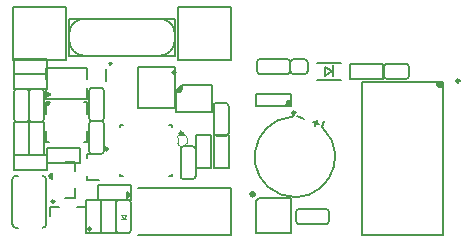
<source format=gbo>
G04*
G04 #@! TF.GenerationSoftware,Altium Limited,Altium Designer,19.1.5 (86)*
G04*
G04 Layer_Color=32896*
%FSLAX25Y25*%
%MOIN*%
G70*
G01*
G75*
%ADD10C,0.00394*%
%ADD11C,0.00500*%
%ADD12C,0.00984*%
%ADD13C,0.00031*%
%ADD14C,0.00787*%
%ADD15C,0.00591*%
%ADD16C,0.00800*%
%ADD31C,0.00600*%
%ADD112C,0.00400*%
%ADD113R,0.00787X0.03937*%
G36*
X24807Y54193D02*
Y53012D01*
X24807Y53012D01*
X25988Y54193D01*
Y54193D01*
X24807D01*
D02*
G37*
G36*
X67898Y57468D02*
Y57862D01*
X70063Y60028D01*
Y57862D01*
X69669Y57468D01*
X67898D01*
D02*
G37*
G36*
X94500Y23500D02*
Y23699D01*
X94348Y24067D01*
X94066Y24348D01*
X93699Y24500D01*
X93500D01*
X93301D01*
X92933Y24348D01*
X92652Y24067D01*
X92500Y23699D01*
Y23500D01*
Y23301D01*
X92652Y22933D01*
X92933Y22652D01*
X93301Y22500D01*
X93500D01*
X93699D01*
X94066Y22652D01*
X94348Y22933D01*
X94500Y23301D01*
Y23500D01*
D01*
D02*
G37*
G36*
X106405Y53031D02*
Y55000D01*
X105815D01*
X104634Y53819D01*
Y53031D01*
X106405D01*
D02*
G37*
G36*
X156886Y61090D02*
X154917D01*
Y60303D01*
X156098Y59122D01*
X156886D01*
Y61090D01*
D02*
G37*
D10*
X49516Y16689D02*
X50500Y15311D01*
X49516Y16689D02*
X50500D01*
X49614Y15311D02*
X50500D01*
X51386D01*
X50500Y16689D02*
X51484D01*
X50500Y15311D02*
X51484Y16689D01*
D11*
X111850Y67500D02*
G03*
X110850Y68500I-1000J0D01*
G01*
Y63500D02*
G03*
X111850Y64500I0J1000D01*
G01*
X106150D02*
G03*
X107150Y63500I1000J0D01*
G01*
Y68500D02*
G03*
X106150Y67500I0J-1000D01*
G01*
X118000Y13500D02*
G03*
X119000Y14500I0J1000D01*
G01*
Y17500D02*
G03*
X118000Y18500I-1000J0D01*
G01*
X109000D02*
G03*
X108000Y17500I0J-1000D01*
G01*
Y14500D02*
G03*
X109000Y13500I1000J0D01*
G01*
X138350Y67000D02*
G03*
X137350Y66000I0J-1000D01*
G01*
Y63000D02*
G03*
X138350Y62000I1000J0D01*
G01*
X144650D02*
G03*
X145650Y63000I0J1000D01*
G01*
Y66000D02*
G03*
X144650Y67000I-1000J0D01*
G01*
X105000Y63500D02*
G03*
X106000Y64500I0J1000D01*
G01*
Y67500D02*
G03*
X105000Y68500I-1000J0D01*
G01*
X96000D02*
G03*
X95000Y67500I0J-1000D01*
G01*
Y64500D02*
G03*
X96000Y63500I1000J0D01*
G01*
X44000Y47000D02*
G03*
X43000Y48000I-1000J0D01*
G01*
X40000D02*
G03*
X39000Y47000I0J-1000D01*
G01*
Y38000D02*
G03*
X40000Y37000I1000J0D01*
G01*
X43000D02*
G03*
X44000Y38000I0J1000D01*
G01*
X39000Y49000D02*
G03*
X40000Y48000I1000J0D01*
G01*
X43000D02*
G03*
X44000Y49000I0J1000D01*
G01*
Y58000D02*
G03*
X43000Y59000I-1000J0D01*
G01*
X40000D02*
G03*
X39000Y58000I0J-1000D01*
G01*
X69500Y29500D02*
G03*
X70500Y28500I1000J0D01*
G01*
X73500D02*
G03*
X74500Y29500I0J1000D01*
G01*
Y38500D02*
G03*
X73500Y39500I-1000J0D01*
G01*
X70500D02*
G03*
X69500Y38500I0J-1000D01*
G01*
X80500Y44000D02*
G03*
X81500Y43000I1000J0D01*
G01*
X84500D02*
G03*
X85500Y44000I0J1000D01*
G01*
Y53000D02*
G03*
X84500Y54000I-1000J0D01*
G01*
X81500D02*
G03*
X80500Y53000I0J-1000D01*
G01*
X49000Y21500D02*
G03*
X48000Y20500I0J-1000D01*
G01*
Y11500D02*
G03*
X49000Y10500I1000J0D01*
G01*
X52000D02*
G03*
X53000Y11500I0J1000D01*
G01*
Y20500D02*
G03*
X52000Y21500I-1000J0D01*
G01*
X19000Y57500D02*
G03*
X18000Y58500I-1000J0D01*
G01*
X15000D02*
G03*
X14000Y57500I0J-1000D01*
G01*
Y48500D02*
G03*
X15000Y47500I1000J0D01*
G01*
X18000D02*
G03*
X19000Y48500I0J1000D01*
G01*
X24000Y57500D02*
G03*
X23000Y58500I-1000J0D01*
G01*
X20000D02*
G03*
X19000Y57500I0J-1000D01*
G01*
Y48500D02*
G03*
X20000Y47500I1000J0D01*
G01*
X23000D02*
G03*
X24000Y48500I0J1000D01*
G01*
X67618Y76968D02*
G03*
X62500Y82087I-5118J0D01*
G01*
Y69646D02*
G03*
X67618Y74764I0J5118D01*
G01*
X32382D02*
G03*
X37500Y69646I5118J0D01*
G01*
Y82087D02*
G03*
X32382Y76968I0J-5118D01*
G01*
X108380Y49530D02*
X110600Y48722D01*
X113560Y47645D02*
X115780Y46837D01*
X114266Y46131D02*
X115074Y48351D01*
X107150Y68500D02*
X110850D01*
X111850Y64500D02*
Y67500D01*
X107150Y63500D02*
X110850D01*
X106150Y64500D02*
Y67500D01*
X51500Y22374D02*
X52500Y23374D01*
X51500Y24374D02*
X52500Y23374D01*
X51500Y22374D02*
Y24366D01*
X52000Y22882D02*
Y23866D01*
X14000Y63500D02*
X25000D01*
Y68500D01*
X14000D02*
X25000D01*
X14000Y63500D02*
Y68500D01*
X106405Y10594D02*
Y22406D01*
X94594Y10594D02*
X106405D01*
X94594D02*
Y21413D01*
X95587Y22406D01*
X106405D01*
X109000Y13500D02*
X118000D01*
X119000Y14500D02*
Y17500D01*
X109000Y18500D02*
X118000D01*
X108000Y14500D02*
Y17500D01*
X137350Y63000D02*
Y66000D01*
X138350Y62000D02*
X144650D01*
X145650Y63000D02*
Y66000D01*
X138350Y67000D02*
X144650D01*
X126000Y62000D02*
X137000D01*
Y67000D01*
X126000D02*
X137000D01*
X126000Y62000D02*
Y67000D01*
X96000Y63500D02*
X105000D01*
X106000Y64500D02*
Y67500D01*
X96000Y68500D02*
X105000D01*
X95000Y64500D02*
Y67500D01*
X14000Y36500D02*
X25000D01*
X14000Y31500D02*
Y36500D01*
Y31500D02*
X25000D01*
Y36500D01*
X36000Y34000D02*
Y39000D01*
X25000Y34000D02*
X36000D01*
X25000D02*
Y39000D01*
X36000D01*
X44000Y38000D02*
Y47000D01*
X40000Y48000D02*
X43000D01*
X39000Y38000D02*
Y47000D01*
X40000Y37000D02*
X43000D01*
X14000Y58500D02*
Y63500D01*
X25000D01*
Y58500D02*
Y63500D01*
X14000Y58500D02*
X25000D01*
X42000Y21500D02*
Y26500D01*
X53000D01*
Y21500D02*
Y26500D01*
X42000Y21500D02*
X53000D01*
X38000D02*
X43000D01*
Y10500D02*
Y21500D01*
X38000Y10500D02*
X43000D01*
X38000D02*
Y21500D01*
X39000Y49000D02*
Y58000D01*
X40000Y48000D02*
X43000D01*
X44000Y49000D02*
Y58000D01*
X40000Y59000D02*
X43000D01*
X69500Y29500D02*
Y38500D01*
X70500Y28500D02*
X73500D01*
X74500Y29500D02*
Y38500D01*
X70500Y39500D02*
X73500D01*
X26000Y29008D02*
Y29992D01*
X26500Y28500D02*
Y30492D01*
X25500Y29500D02*
X26500Y30500D01*
X25500Y29500D02*
X26500Y28500D01*
X80500Y44000D02*
Y53000D01*
X81500Y43000D02*
X84500D01*
X85500Y44000D02*
Y53000D01*
X81500Y54000D02*
X84500D01*
X74500Y43185D02*
X79500D01*
Y32185D02*
Y43185D01*
X74500Y32185D02*
X79500D01*
X74500D02*
Y43185D01*
X80500D02*
X85500D01*
Y32185D02*
Y43185D01*
X80500Y32185D02*
X85500D01*
X80500D02*
Y43185D01*
X48000Y11500D02*
Y20500D01*
X49000Y10500D02*
X52000D01*
X53000Y11500D02*
Y20500D01*
X49000Y21500D02*
X52000D01*
X19000Y36500D02*
X24000D01*
X19000D02*
Y47500D01*
X24000D01*
Y36500D02*
Y47500D01*
X14000Y36500D02*
X19000D01*
X14000D02*
Y47500D01*
X19000D01*
Y36500D02*
Y47500D01*
X46063Y66695D02*
X46555Y67187D01*
X55171Y61282D02*
Y65219D01*
X44829Y61282D02*
Y65219D01*
X45571Y67187D02*
X46063Y66695D01*
X45571Y67187D02*
X46555D01*
X19000Y48500D02*
Y57500D01*
X15000Y58500D02*
X18000D01*
X14000Y48500D02*
Y57500D01*
X15000Y47500D02*
X18000D01*
X24000Y48500D02*
Y57500D01*
X20000Y58500D02*
X23000D01*
X19000Y48500D02*
Y57500D01*
X20000Y47500D02*
X23000D01*
X43000Y21500D02*
X48000D01*
Y10500D02*
Y21500D01*
X43000Y10500D02*
X48000D01*
X43000D02*
Y21500D01*
X67598Y69646D02*
Y82087D01*
X32402Y69646D02*
Y82087D01*
X67598D01*
X32402Y69646D02*
X67598D01*
D12*
X162496Y61347D02*
G03*
X162496Y61347I-492J0D01*
G01*
X107783Y50669D02*
G03*
X107783Y50669I-492J0D01*
G01*
X45232Y38602D02*
G03*
X45232Y38602I-492J0D01*
G01*
X70192Y43900D02*
G03*
X70192Y43900I-492J0D01*
G01*
X25890Y56752D02*
G03*
X25890Y56752I-492J0D01*
G01*
X67799Y64161D02*
G03*
X67799Y64161I-492J0D01*
G01*
X27465Y21115D02*
G03*
X27465Y21115I-492J0D01*
G01*
X39677Y11972D02*
G03*
X39677Y11972I-492J0D01*
G01*
D13*
X94500Y23500D02*
G03*
X94500Y23500I-1000J0D01*
G01*
D14*
X106632Y49323D02*
G03*
X116986Y45554I1005J-13348D01*
G01*
X154917Y60303D02*
G03*
X156098Y59122I1181J0D01*
G01*
X106405Y55000D02*
G03*
X104634Y53228I0J-1772D01*
G01*
X24697Y28480D02*
G03*
X23516Y29661I-1181J0D01*
G01*
Y12339D02*
G03*
X24697Y13520I0J1181D01*
G01*
X13476D02*
G03*
X14658Y12339I1181J0D01*
G01*
Y29661D02*
G03*
X13476Y28480I0J-1181D01*
G01*
X24807Y53012D02*
G03*
X25988Y54193I0J1181D01*
G01*
X68882Y57468D02*
G03*
X70063Y58650I0J1181D01*
G01*
X116755Y46063D02*
X116990Y45559D01*
X106631Y49329D02*
X107136Y49564D01*
X107809Y51414D01*
X116755Y46063D02*
X117428Y47913D01*
X55177Y10000D02*
X86358D01*
X86359Y25748D01*
X55177Y25748D02*
X86359Y25748D01*
X154917Y60303D02*
Y61090D01*
X156098Y59122D02*
X156886D01*
X130114Y9909D02*
X156886D01*
X130114Y61090D02*
X156886D01*
X130114Y9909D02*
Y61090D01*
X156886Y9909D02*
Y61090D01*
X106405Y53031D02*
Y56968D01*
X94595Y53031D02*
Y56968D01*
Y53031D02*
X106405D01*
X94595Y56968D02*
X106405D01*
X104634Y53031D02*
Y53228D01*
X38342Y36831D02*
X42279D01*
X38342Y35453D02*
Y36831D01*
Y28169D02*
X42279D01*
X38342D02*
Y29547D01*
X24697Y13520D02*
Y28480D01*
X14658Y12339D02*
X15484D01*
X14658Y29661D02*
X15484D01*
X13476Y13520D02*
Y28480D01*
X55201Y52209D02*
Y65791D01*
Y52209D02*
X67799D01*
Y65791D01*
X55201D02*
X67799D01*
X24807Y65618D02*
X38193D01*
X24807Y62075D02*
Y65618D01*
X38193Y62075D02*
Y65618D01*
Y55382D02*
Y58925D01*
X24807Y55382D02*
Y58925D01*
Y55382D02*
X38193D01*
X24807Y54193D02*
X25988D01*
X24807Y50256D02*
Y54193D01*
Y40807D02*
Y44744D01*
Y40807D02*
X25535D01*
X37465D02*
X38193D01*
Y44744D01*
X37465Y54193D02*
X38193D01*
Y50256D02*
Y54193D01*
X25988Y54193D02*
Y54193D01*
X67898Y50972D02*
X80102D01*
Y60028D01*
X67898Y50972D02*
Y57862D01*
X70063Y60028D01*
X80102D01*
X70063Y58650D02*
Y60028D01*
X67898Y57468D02*
X68882D01*
X31106Y22395D02*
X34256D01*
Y25446D01*
X31106Y34205D02*
X34256D01*
Y31154D02*
Y34205D01*
X37905Y16106D02*
Y19256D01*
X34854D02*
X37905D01*
X26094Y16106D02*
Y19256D01*
X29146D01*
D15*
X13661Y68268D02*
Y85984D01*
X31378D01*
Y68268D02*
Y85984D01*
X13661Y68268D02*
X31378D01*
X68622Y85984D02*
X86339D01*
X68622Y68268D02*
Y85984D01*
Y68268D02*
X86339D01*
Y85984D01*
D16*
X117622Y62925D02*
X119984Y64500D01*
X117622Y62925D02*
Y66075D01*
X119984Y64500D01*
X115063Y61744D02*
X122937D01*
X115063Y67256D02*
X122937D01*
D31*
X65816Y46550D02*
X66550D01*
X65816Y29450D02*
X66550D01*
X49450D02*
Y30185D01*
Y46550D02*
X50185D01*
X66550Y45816D02*
Y46550D01*
Y29450D02*
Y30185D01*
X49450Y29450D02*
X50185D01*
X49450Y45816D02*
Y46550D01*
D112*
X70500Y39500D02*
G03*
X71500Y40500I0J1000D01*
G01*
X68500D02*
G03*
X69500Y39500I1000J0D01*
G01*
X71500Y42400D02*
G03*
X70500Y43400I-1000J0D01*
G01*
X69500D02*
G03*
X68500Y42400I0J-1000D01*
G01*
X71500Y40500D02*
Y42400D01*
X69500Y39500D02*
X70500D01*
X69500Y43400D02*
X70500D01*
X68500Y40500D02*
Y42400D01*
D113*
X120378Y64500D02*
D03*
M02*

</source>
